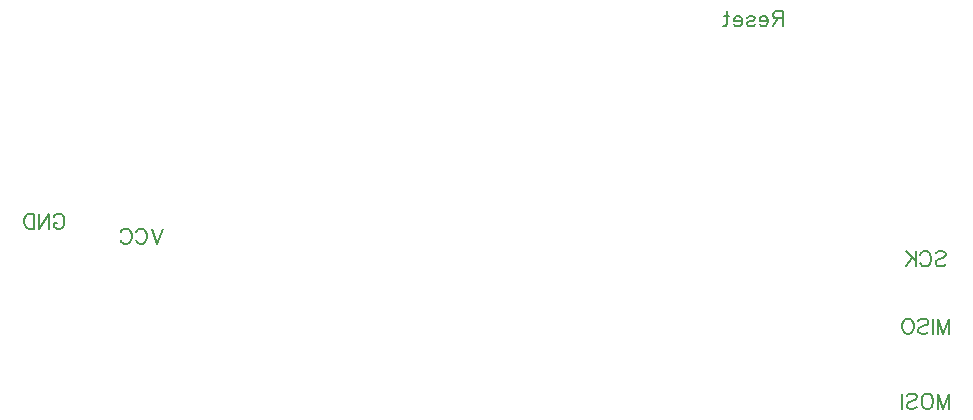
<source format=gbr>
G04 DipTrace 3.3.1.3*
G04 BottomSilk.gbr*
%MOIN*%
G04 #@! TF.FileFunction,Legend,Bot*
G04 #@! TF.Part,Single*
%ADD44C,0.00772*%
%FSLAX26Y26*%
G04*
G70*
G90*
G75*
G01*
G04 BotSilk*
%LPD*%
X612198Y1490232D2*
D44*
X614575Y1494986D1*
X619383Y1499794D1*
X624137Y1502171D1*
X633698D1*
X638507Y1499794D1*
X643260Y1494986D1*
X645692Y1490232D1*
X648068Y1483047D1*
Y1471054D1*
X645692Y1463924D1*
X643260Y1459116D1*
X638507Y1454362D1*
X633698Y1451931D1*
X624137D1*
X619383Y1454362D1*
X614575Y1459116D1*
X612198Y1463924D1*
Y1471054D1*
X624137D1*
X563266Y1502171D2*
Y1451931D1*
X596759Y1502171D1*
Y1451931D1*
X547827Y1502171D2*
Y1451931D1*
X531080D1*
X523895Y1454362D1*
X519086Y1459116D1*
X516710Y1463924D1*
X514333Y1471054D1*
Y1483047D1*
X516710Y1490232D1*
X519086Y1494986D1*
X523895Y1499794D1*
X531080Y1502171D1*
X547827D1*
X3558606Y1101931D2*
Y1152171D1*
X3577730Y1101931D1*
X3596853Y1152171D1*
Y1101931D1*
X3543167Y1152171D2*
Y1101931D1*
X3494234Y1144986D2*
X3498988Y1149794D1*
X3506173Y1152171D1*
X3515734D1*
X3522919Y1149794D1*
X3527728Y1144986D1*
Y1140232D1*
X3525296Y1135424D1*
X3522919Y1133047D1*
X3518166Y1130671D1*
X3503796Y1125862D1*
X3498988Y1123486D1*
X3496611Y1121054D1*
X3494234Y1116301D1*
Y1109116D1*
X3498988Y1104362D1*
X3506173Y1101931D1*
X3515734D1*
X3522919Y1104362D1*
X3527728Y1109116D1*
X3464425Y1152171D2*
X3469234Y1149794D1*
X3473987Y1144986D1*
X3476419Y1140232D1*
X3478795Y1133047D1*
Y1121054D1*
X3476419Y1113924D1*
X3473987Y1109116D1*
X3469234Y1104362D1*
X3464425Y1101931D1*
X3454864D1*
X3450110Y1104362D1*
X3445302Y1109116D1*
X3442925Y1113924D1*
X3440549Y1121054D1*
Y1133047D1*
X3442925Y1140232D1*
X3445302Y1144986D1*
X3450110Y1149794D1*
X3454864Y1152171D1*
X3464425D1*
X3558606Y851931D2*
Y902171D1*
X3577730Y851931D1*
X3596853Y902171D1*
Y851931D1*
X3528797Y902171D2*
X3533605Y899794D1*
X3538359Y894986D1*
X3540790Y890232D1*
X3543167Y883047D1*
Y871054D1*
X3540790Y863924D1*
X3538359Y859116D1*
X3533605Y854362D1*
X3528797Y851931D1*
X3519235D1*
X3514482Y854362D1*
X3509674Y859116D1*
X3507297Y863924D1*
X3504921Y871054D1*
Y883047D1*
X3507297Y890232D1*
X3509674Y894986D1*
X3514482Y899794D1*
X3519235Y902171D1*
X3528797D1*
X3455988Y894986D2*
X3460741Y899794D1*
X3467926Y902171D1*
X3477488D1*
X3484673Y899794D1*
X3489481Y894986D1*
Y890232D1*
X3487049Y885424D1*
X3484673Y883047D1*
X3479920Y880671D1*
X3465550Y875862D1*
X3460741Y873486D1*
X3458365Y871054D1*
X3455988Y866301D1*
Y859116D1*
X3460741Y854362D1*
X3467926Y851931D1*
X3477488D1*
X3484673Y854362D1*
X3489481Y859116D1*
X3440549Y902171D2*
Y851931D1*
X3042727Y2153239D2*
X3021227D1*
X3014042Y2155671D1*
X3011610Y2158047D1*
X3009233Y2162801D1*
Y2167609D1*
X3011610Y2172362D1*
X3014042Y2174794D1*
X3021227Y2177171D1*
X3042727D1*
Y2126931D1*
X3025980Y2153239D2*
X3009233Y2126931D1*
X2993794Y2146054D2*
X2965109D1*
Y2150862D1*
X2967486Y2155671D1*
X2969862Y2158047D1*
X2974671Y2160424D1*
X2981856D1*
X2986609Y2158047D1*
X2991417Y2153239D1*
X2993794Y2146054D1*
Y2141301D1*
X2991417Y2134116D1*
X2986609Y2129362D1*
X2981856Y2126931D1*
X2974671D1*
X2969862Y2129362D1*
X2965109Y2134116D1*
X2923362Y2153239D2*
X2925738Y2158047D1*
X2932923Y2160424D1*
X2940108D1*
X2947293Y2158047D1*
X2949670Y2153239D1*
X2947293Y2148486D1*
X2942485Y2146054D1*
X2930547Y2143677D1*
X2925738Y2141301D1*
X2923362Y2136492D1*
Y2134116D1*
X2925738Y2129362D1*
X2932923Y2126931D1*
X2940108D1*
X2947293Y2129362D1*
X2949670Y2134116D1*
X2907922Y2146054D2*
X2879237D1*
Y2150862D1*
X2881614Y2155671D1*
X2883991Y2158047D1*
X2888799Y2160424D1*
X2895984D1*
X2900737Y2158047D1*
X2905546Y2153239D1*
X2907922Y2146054D1*
Y2141301D1*
X2905546Y2134116D1*
X2900737Y2129362D1*
X2895984Y2126931D1*
X2888799D1*
X2883991Y2129362D1*
X2879237Y2134116D1*
X2856613Y2177171D2*
Y2136492D1*
X2854237Y2129362D1*
X2849428Y2126931D1*
X2844675D1*
X2863798Y2160424D2*
X2847052D1*
X3552075Y1369986D2*
X3556828Y1374794D1*
X3564013Y1377171D1*
X3573575D1*
X3580760Y1374794D1*
X3585568Y1369986D1*
Y1365232D1*
X3583136Y1360424D1*
X3580760Y1358047D1*
X3576007Y1355671D1*
X3561637Y1350862D1*
X3556828Y1348486D1*
X3554452Y1346054D1*
X3552075Y1341301D1*
Y1334116D1*
X3556828Y1329362D1*
X3564013Y1326931D1*
X3573575D1*
X3580760Y1329362D1*
X3585568Y1334116D1*
X3500766Y1365232D2*
X3503142Y1369986D1*
X3507951Y1374794D1*
X3512704Y1377171D1*
X3522266D1*
X3527074Y1374794D1*
X3531827Y1369986D1*
X3534259Y1365232D1*
X3536636Y1358047D1*
Y1346054D1*
X3534259Y1338924D1*
X3531827Y1334116D1*
X3527074Y1329362D1*
X3522266Y1326931D1*
X3512704D1*
X3507951Y1329362D1*
X3503142Y1334116D1*
X3500766Y1338924D1*
X3485327Y1377171D2*
Y1326931D1*
X3451833Y1377171D2*
X3485327Y1343677D1*
X3473388Y1355671D2*
X3451833Y1326931D1*
X976633Y1452171D2*
X957510Y1401931D1*
X938387Y1452171D1*
X887078Y1440232D2*
X889454Y1444986D1*
X894263Y1449794D1*
X899016Y1452171D1*
X908577D1*
X913386Y1449794D1*
X918139Y1444986D1*
X920571Y1440232D1*
X922947Y1433047D1*
Y1421054D1*
X920571Y1413924D1*
X918139Y1409116D1*
X913386Y1404362D1*
X908577Y1401931D1*
X899016D1*
X894263Y1404362D1*
X889454Y1409116D1*
X887078Y1413924D1*
X835768Y1440232D2*
X838145Y1444986D1*
X842953Y1449794D1*
X847707Y1452171D1*
X857268D1*
X862077Y1449794D1*
X866830Y1444986D1*
X869262Y1440232D1*
X871638Y1433047D1*
Y1421054D1*
X869262Y1413924D1*
X866830Y1409116D1*
X862077Y1404362D1*
X857268Y1401931D1*
X847707D1*
X842953Y1404362D1*
X838145Y1409116D1*
X835768Y1413924D1*
M02*

</source>
